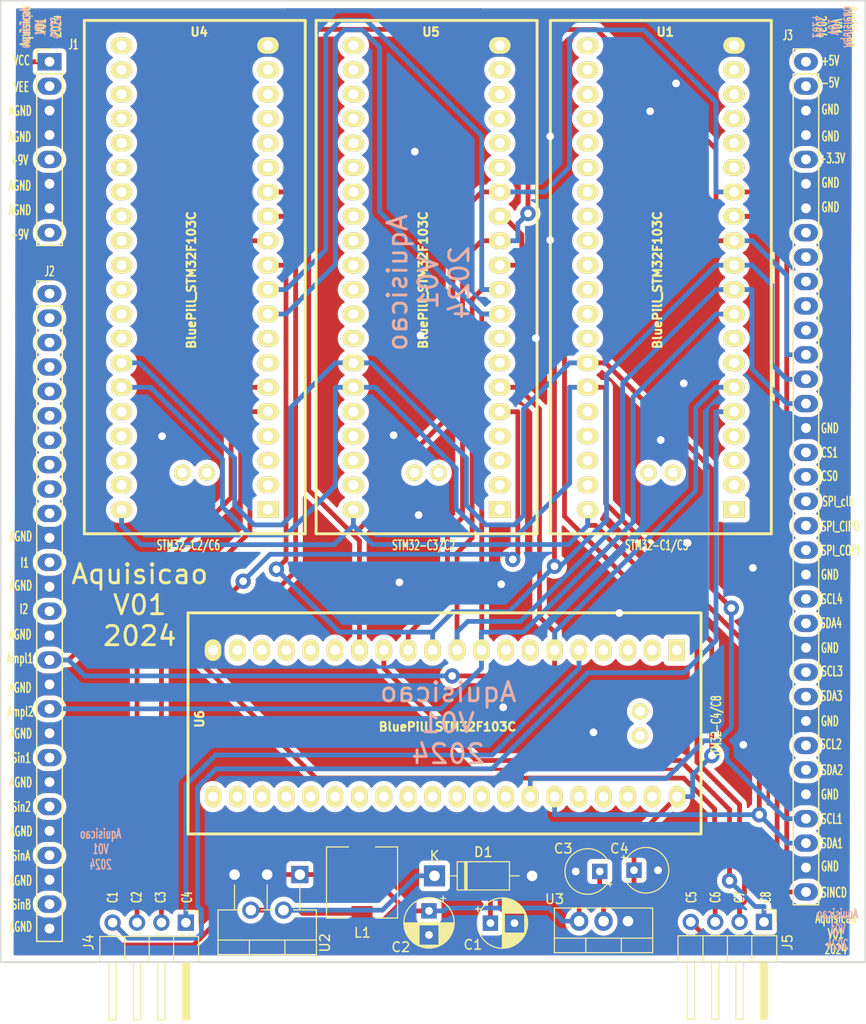
<source format=kicad_pcb>
(kicad_pcb (version 20221018) (generator pcbnew)
  (title_block (title "Barramento V04") (date "2024-02-05") (rev "v04") (company "EITduino") (comment 1 "Autor: Gustavo Pinheiro") (comment 2 "Barramento proposto para uma placa 90x100 mm") (comment 3 "placa de face dupla") (comment 4 "Pinos AGND e DGND"))
  (layers (0 "F.Cu" signal) (31 "B.Cu" signal) (34 "B.Paste" user) (35 "F.Paste" user) (36 "B.SilkS" user "B.Silkscreen") (37 "F.SilkS" user "F.Silkscreen") (38 "B.Mask" user) (39 "F.Mask" user) (44 "Edge.Cuts" user))
  (net 0 "")
  (net 1 "+9V")
  (net 2 "-9V")
  (net 3 "+5V")
  (net 4 "-5V")
  (net 5 "+3.3V")
  (net 6 "5V_stepdown")
  (net 11 "3.3V_step")
  (net 12 "Earth")
  (net 14 "I1")
  (net 15 "I2")
  (net 16 "Ampl1")
  (net 17 "Ampl2")
  (net 18 "Sin1")
  (net 19 "Sin2")
  (net 20 "SinA")
  (net 21 "SinB")
  (net 22 "Net-(D1-K)")
  (net 23 "SPI_COPI")
  (net 24 "SPI_CIPO")
  (net 25 "SPI_clk")
  (net 26 "CS1")
  (net 27 "CS0")
  (net 28 "SCL3")
  (net 29 "SDA3")
  (net 30 "SCL2")
  (net 31 "SDA2")
  (net 32 "SCL1")
  (net 33 "SDA1")
  (net 34 "VCC")
  (net 35 "VEE")
  (net 46 "SINCD")
  (net 47 "SCL4")
  (net 48 "SDA4")
  (net 49 "SINC_C")
  (net 50 "SINC_B")
  (net 51 "SINC_A")
  (net 52 "sign_C1")
  (net 53 "sign_C2")
  (net 54 "sign_C3")
  (net 55 "sign_C4")
  (net 72 "sign_C8")
  (net 103 "sign_C7")
  (net 134 "sign_C6")
  (net 165 "sign_C5")
  (footprint "Connector_PinHeader_2.54mm:PinHeader_1x04_P2.54mm_Horizontal" (layer "F.Cu") (at 181.05 146.625 -90)
    (fp_text reference "J5")
    (fp_text value "Conn_01x04")
  )
  (footprint "BluePill_STM32:BluePill_STM32F103C" (layer "F.Cu") (at 129.42 103.66 180)
    (fp_text reference "U4")
    (fp_text value "BluePill_STM32F103C")
  )
  (footprint "Capacitor_THT:CP_Radial_D5.0mm_P2.50mm" (layer "F.Cu") (at 146.18 145.478 -90)
    (fp_text reference "C2")
    (fp_text value "220u")
  )
  (footprint "Package_TO_SOT_THT:TO-220-5_P3.4x3.7mm_StaggerOdd_Lead3.8mm_Vertical" (layer "F.Cu") (at 132.736 141.7 180)
    (fp_text reference "U2")
    (fp_text value "LM2596S-5")
  )
  (footprint "Package_TO_SOT_THT:TO-220-3_Vertical" (layer "F.Cu") (at 166.89 146.55 180)
    (fp_text reference "U3")
    (fp_text value "LM1117T-3.3")
  )
  (footprint "Connector_PinHeader_2.54mm:PinHeader_1x35_P2.54mm_Vertical" (layer "F.Cu") (at 185.42 57.15)
    (fp_text reference "J3")
    (fp_text value "comunicacao / sinais digitais" hide)
  )
  (footprint "Connector_PinHeader_2.54mm:PinHeader_1x08_P2.54mm_Vertical" (layer "F.Cu") (at 106.68 57.15)
    (fp_text reference "J1")
    (fp_text value "alimentacao analogica" hide)
  )
  (footprint "Connector_PinHeader_2.54mm:PinHeader_1x27_P2.54mm_Vertical" (layer "F.Cu") (at 106.68 81.28)
    (fp_text reference "J2")
    (fp_text value "sinais analogicos" hide)
  )
  (footprint "BluePill_STM32:BluePill_STM32F103C" (layer "F.Cu") (at 171.9072 118.354 -90)
    (fp_text reference "U6")
    (fp_text value "BluePill_STM32F103C")
  )
  (footprint "Capacitor_THT:CP_Radial_Tantal_D4.5mm_P2.50mm" (layer "F.Cu") (at 167.5211 141.25)
    (fp_text reference "C4")
    (fp_text value "33uF")
  )
  (footprint "Diode_THT:D_DO-41_SOD81_P10.16mm_Horizontal" (layer "F.Cu") (at 146.754 141.833)
    (fp_text reference "D1")
    (fp_text value "1N5819")
  )
  (footprint "Capacitor_THT:CP_Radial_D5.0mm_P2.50mm" (layer "F.Cu") (at 152.5749 146.75)
    (fp_text reference "C1")
    (fp_text value "680u")
  )
  (footprint "BluePill_STM32:BluePill_STM32F103C" (layer "F.Cu") (at 177.934 103.66 180)
    (fp_text reference "U1")
    (fp_text value "BluePill_STM32F103C")
  )
  (footprint "Capacitor_THT:CP_Radial_Tantal_D4.5mm_P2.50mm" (layer "F.Cu") (at 163.955 141.378 180)
    (fp_text reference "C3")
    (fp_text value "10uF")
  )
  (footprint "Inductor_SMD:L_7.3x7.3_H4.5" (layer "F.Cu") (at 139.211 142.525 90)
    (fp_text reference "L1")
    (fp_text value "33u")
  )
  (footprint "Connector_PinHeader_2.54mm:PinHeader_1x04_P2.54mm_Horizontal" (layer "F.Cu") (at 120.87 146.7 -90)
    (fp_text reference "J4")
    (fp_text value "Conn_01x04")
  )
  (footprint "BluePill_STM32:BluePill_STM32F103C" (layer "F.Cu") (at 153.55 103.66 180)
    (fp_text reference "U5")
    (fp_text value "BluePill_STM32F103C")
  )
  (gr_line (start 191.6 50.8) (end 101.6 50.8) (stroke (width 0.15)) (layer "Edge.Cuts"))
  (gr_line (start 191.6 150.8) (end 191.6 50.8) (stroke (width 0.15)) (layer "Edge.Cuts"))
  (gr_line (start 191.59982 150.7998) (end 101.6 150.7998) (stroke (width 0.15)) (layer "Edge.Cuts"))
  (gr_line (start 101.6 50.8) (end 101.6 150.7998) (stroke (width 0.15)) (layer "Edge.Cuts"))
  (gr_text "Aquisicao\nV01\n2024" (at 148.175 130.325) (layer "B.SilkS") (effects (font (size 2 2) (thickness 0.3)) (justify bottom mirror)))
  (gr_text "Aquisicao\nV01\n2024" (at 107.925 53.625 90) (layer "B.SilkS") (effects (font (size 1 0.6) (thickness 0.15) bold) (justify bottom mirror)))
  (gr_text "Aquisicao\nV01\n2024" (at 188.7 149.575) (layer "B.SilkS") (effects (font (size 1 0.6) (thickness 0.15) bold) (justify bottom mirror)))
  (gr_text "Aquisicao\nV01\n2024" (at 112 141.25) (layer "B.SilkS") (effects (font (size 1 0.6) (thickness 0.15) bold) (justify bottom mirror)))
  (gr_text "Aquisicao\nV01\n2024" (at 186.025 53.525 -90) (layer "B.SilkS") (effects (font (size 1 0.6) (thickness 0.15) bold) (justify bottom mirror)))
  (gr_text "Aquisicao\nV01\n2024" (at 150.5 80.125 90) (layer "B.SilkS") (effects (font (size 2 2) (thickness 0.3)) (justify bottom mirror)))
  (gr_text "SDA1" (at 186.8967 138.452966) (layer "F.SilkS") (effects (font (size 1 0.6) (thickness 0.15) bold) (justify left)))
  (gr_text "AGND" (at 102.314418 64.968158) (layer "F.SilkS") (effects (font (size 1 0.6) (thickness 0.15) bold) (justify left)))
  (gr_text "STM32-C4/C8\n\n\n\n" (at 181.5 129.75 90) (layer "F.SilkS") (effects (font (size 1 0.6) (thickness 0.15) bold) (justify left bottom)))
  (gr_text "C5" (at 173.5 144.75 90) (layer "F.SilkS") (effects (font (size 1 0.6) (thickness 0.15) bold) (justify left)))
  (gr_text "SinA" (at 102.652955 139.742119) (layer "F.SilkS") (effects (font (size 1 0.6) (thickness 0.15) bold) (justify left)))
  (gr_text "C2\n" (at 115.75 144.75 90) (layer "F.SilkS") (effects (font (size 1 0.6) (thickness 0.15) bold) (justify left)))
  (gr_text "SPI_CIPO\n" (at 189 105.5) (layer "F.SilkS") (effects (font (size 1 0.6) (thickness 0.15) bold)))
  (gr_text "GND" (at 186.8967 118.132966) (layer "F.SilkS") (effects (font (size 1 0.6) (thickness 0.15) bold) (justify left)))
  (gr_text "CS1" (at 186.8967 97.812966) (layer "F.SilkS") (effects (font (size 1 0.6) (thickness 0.15) bold) (justify left)))
  (gr_text "GND" (at 186.955818 72.866258) (layer "F.SilkS") (effects (font (size 1 0.6) (thickness 0.15) bold) (justify left bottom)))
  (gr_text "-9V" (at 102.568418 75.128158) (layer "F.SilkS") (effects (font (size 1 0.6) (thickness 0.15) bold) (justify left)))
  (gr_text "Aquisicao\nV01\n2024" (at 186.4 53.5 -90) (layer "F.SilkS") (effects (font (size 1 0.6) (thickness 0.15) bold) (justify bottom)))
  (gr_text "C7" (at 178.5 144.75 90) (layer "F.SilkS") (effects (font (size 1 0.6) (thickness 0.15) bold) (justify left)))
  (gr_text "AGND" (at 102.441415 137.208672) (layer "F.SilkS") (effects (font (size 1 0.6) (thickness 0.15) bold) (justify left)))
  (gr_text "AGND" (at 102.415048 112.238762) (layer "F.SilkS") (effects (font (size 1 0.6) (thickness 0.15) bold) (justify left bottom)))
  (gr_text "C8" (at 181.25 144.75 90) (layer "F.SilkS") (effects (font (size 1 0.6) (thickness 0.15) bold) (justify left)))
  (gr_text "C4" (at 121 144.75 90) (layer "F.SilkS") (effects (font (size 1 0.6) (thickness 0.15) bold) (justify left)))
  (gr_text "GND" (at 186.8967 125.752966) (layer "F.SilkS") (effects (font (size 1 0.6) (thickness 0.15) bold) (justify left)))
  (gr_text "C1" (at 113.25 144.75 90) (layer "F.SilkS") (effects (font (size 1 0.6) (thickness 0.15) bold) (justify left)))
  (gr_text "+3.3V" (at 186.701818 67.786258) (layer "F.SilkS") (effects (font (size 1 0.6) (thickness 0.15) bold) (justify left bottom)))
  (gr_text "GND" (at 186.955818 65.500258) (layer "F.SilkS") (effects (font (size 1 0.6) (thickness 0.15) bold) (justify left bottom)))
  (gr_text "AGND" (at 102.314418 72.588158) (layer "F.SilkS") (effects (font (size 1 0.6) (thickness 0.15) bold) (justify left)))
  (gr_text "GND" (at 186.8967 110.512966) (layer "F.SilkS") (effects (font (size 1 0.6) (thickness 0.15) bold) (justify left)))
  (gr_text "AGND" (at 102.408342 147.725608) (layer "F.SilkS") (effects (font (size 1 0.6) (thickness 0.15) bold) (justify left bottom)))
  (gr_text "Sin1" (at 102.652955 129.582119) (layer "F.SilkS") (effects (font (size 1 0.6) (thickness 0.15) bold) (justify left)))
  (gr_text "C3" (at 118.25 144.75 90) (layer "F.SilkS") (effects (font (size 1 0.6) (thickness 0.15) bold) (justify left)))
  (gr_text "AGND" (at 102.414926 132.122118) (layer "F.SilkS") (effects (font (size 1 0.6) (thickness 0.15) bold) (justify left)))
  (gr_text "+5V\n" (at 186.955818 57.626258) (layer "F.SilkS") (effects (font (size 1 0.6) (thickness 0.15) bold) (justify left bottom)))
  (gr_text "SCL2" (at 186.7967 128.152966) (layer "F.SilkS") (effects (font (size 1 0.6) (thickness 0.15) bold) (justify left)))
  (gr_text "-5V" (at 186.955818 59.912258) (layer "F.SilkS") (effects (font (size 1 0.6) (thickness 0.15) bold) (justify left bottom)))
  (gr_text "C6" (at 176 144.75 90) (layer "F.SilkS") (effects (font (size 1 0.6) (thickness 0.15) bold) (justify left)))
  (gr_text "Aquisicao\nV01\n2024" (at 107.975 53.45 90) (layer "F.SilkS") (effects (font (size 1 0.6) (thickness 0.15) bold) (justify bottom)))
  (gr_text "AGND" (at 102.373918 62.266501) (layer "F.SilkS") (effects (font (size 1 0.6) (thickness 0.15) bold) (justify left)))
  (gr_text "Aquisicao\nV01\n2024" (at 116.075 118.05) (layer "F.SilkS") (effects (font (size 2 2) (thickness 0.3)) (justify bottom)))
  (gr_text "SDA3" (at 186.859509 123.716321) (layer "F.SilkS") (effects (font (size 1 0.6) (thickness 0.15) bold) (justify left bottom)))
  (gr_text "SDA4\n" (at 186.7967 115.552966) (layer "F.SilkS") (effects (font (size 1 0.6) (thickness 0.15) bold) (justify left)))
  (gr_text "Ampl2" (at 102.190097 124.753588) (layer "F.SilkS") (effects (font (size 1 0.6) (thickness 0.15) bold) (justify left)))
  (gr_text "GND" (at 186.955818 62.706258) (layer "F.SilkS") (effects (font (size 1 0.6) (thickness 0.15) bold) (justify left bottom)))
  (gr_text "SINCD" (at 186.89297 143.574095) (layer "F.SilkS") (effects (font (size 1 0.6) (thickness 0.15) bold) (justify left)))
  (gr_text "AGND" (at 102.314418 70.048158) (layer "F.SilkS") (effects (font (size 1 0.6) (thickness 0.15) bold) (justify left)))
  (gr_text "CS0" (at 186.8967 100.25) (layer "F.SilkS") (effects (font (size 1 0.6) (thickness 0.15) bold) (justify left)))
  (gr_text "VCC" (at 102.822418 57.602158) (layer "F.SilkS") (effects (font (size 1 0.6) (thickness 0.15) bold) (justify left bottom)))
  (gr_text "STM32-C3/C7\n\n\n" (at 142.25 111.25) (layer "F.SilkS") (effects (font (size 1 0.6) (thickness 0.15) bold) (justify left bottom)))
  (gr_text "VEE\n" (at 102.855208 59.778606) (layer "F.SilkS") (effects (font (size 1 0.6) (thickness 0.15) bold) (justify left)))
  (gr_text "I2\n" (at 103.481993 114.67284) (layer "F.SilkS") (effects (font (size 1 0.6) (thickness 0.15) bold) (justify left bottom)))
  (gr_text "SCL4\n" (at 186.8967 113.052966) (layer "F.SilkS") (effects (font (size 1 0.6) (thickness 0.15) bold) (justify left)))
  (gr_text "GND" (at 186.955818 70.326258) (layer "F.SilkS") (effects (font (size 1 0.6) (thickness 0.15) bold) (justify left bottom)))
  (gr_text "SinB" (at 102.652955 144.822119) (layer "F.SilkS") (effects (font (size 1 0.6) (thickness 0.15) bold) (justify left)))
  (gr_text "AGND" (at 102.401941 127.042119) (layer "F.SilkS") (effects (font (size 1 0.6) (thickness 0.15) bold) (justify left)))
  (gr_text "SDA2" (at 186.8967 130.832966) (layer "F.SilkS") (effects (font (size 1 0.6) (thickness 0.15) bold) (justify left)))
  (gr_text "SPI_clk\n" (at 188.75 102.892966) (layer "F.SilkS") (effects (font (size 1 0.6) (thickness 0.15) bold)))
  (gr_text "GND" (at 186.8967 95.272966) (layer "F.SilkS") (effects (font (size 1 0.6) (thickness 0.15) bold) (justify left)))
  (gr_text "AGND" (at 102.352029 117.31861) (layer "F.SilkS") (effects (font (size 1 0.6) (thickness 0.15) bold) (justify left bottom)))
  (gr_text "STM32-C2/C6\n\n\n" (at 117.75 111.25) (layer "F.SilkS") (effects (font (size 1 0.6) (thickness 0.15) bold) (justify left bottom)))
  (gr_text "I1" (at 103.565958 109.262271) (layer "F.SilkS") (effects (font (size 1 0.6) (thickness 0.15) bold) (justify left)))
  (gr_text "GND" (at 186.9078 141.435253) (layer "F.SilkS") (effects (font (size 1 0.6) (thickness 0.15) bold) (justify left bottom)))
  (gr_text "AGND" (at 102.355457 122.273179) (layer "F.SilkS") (effects (font (size 1 0.6) (thickness 0.15) bold) (justify left)))
  (gr_text "AGND" (at 102.408342 142.334851) (layer "F.SilkS") (effects (font (size 1 0.6) (thickness 0.15) bold) (justify left)))
  (gr_text "Sin2\n" (at 102.652955 134.662119) (layer "F.SilkS") (effects (font (size 1 0.6) (thickness 0.15) bold) (justify left)))
  (gr_text "+9V\n" (at 102.53014 67.379378) (layer "F.SilkS") (effects (font (size 1 0.6) (thickness 0.15) bold) (justify left)))
  (gr_text "AGND" (at 102.415048 107.119197) (layer "F.SilkS") (effects (font (size 1 0.6) (thickness 0.15) bold) (justify left bottom)))
  (gr_text "GND" (at 186.8967 133.372966) (layer "F.SilkS") (effects (font (size 1 0.6) (thickness 0.15) bold) (justify left)))
  (gr_text "Aquisicao\nV01\n2024" (at 188.525 150.05) (layer "F.SilkS") (effects (font (size 1 0.6) (thickness 0.15) bold) (justify bottom)))
  (gr_text "SCL1\n" (at 186.8967 135.912966) (layer "F.SilkS") (effects (font (size 1 0.6) (thickness 0.15) bold) (justify left)))
  (gr_text "SPI_COPI\n" (at 189 108) (layer "F.SilkS") (effects (font (size 1 0.6) (thickness 0.15) bold)))
  (gr_text "SCL3" (at 186.923306 121.14851) (layer "F.SilkS") (effects (font (size 1 0.6) (thickness 0.15) bold) (justify left bottom)))
  (gr_text "STM32-C1/C5\n\n\n" (at 166.5 111.25) (layer "F.SilkS") (effects (font (size 1 0.6) (thickness 0.15) bold) (justify left bottom)))
  (gr_text "Ampl1" (at 102.123953 119.79277) (layer "F.SilkS") (effects (font (size 1 0.6) (thickness 0.15) bold) (justify left bottom)))
  (segment (start 140.5702 147.3079) (end 130.5969 147.3079) (width 0.5) (layer "F.Cu") (net 6))
  (segment (start 130.5969 147.3079) (end 129.2879 145.9989) (width 0.5) (layer "F.Cu") (net 6))
  (segment (start 143.1311 144.747) (end 143.8621 145.478) (width 0.5) (layer "F.Cu") (net 6))
  (segment (start 161.81 146.55) (end 161.81 144.7981) (width 0.5) (layer "F.Cu") (net 6))
  (segment (start 163.955 141.378) (end 163.955 142.9299) (width 0.5) (layer "F.Cu") (net 6))
  (segment (start 162.0868 144.7981) (end 163.955 142.9299) (width 0.5) (layer "F.Cu") (net 6))
  (segment (start 146.18 145.478) (end 144.6281 145.478) (width 0.5) (layer "F.Cu") (net 6))
  (segment (start 127.636 145.4) (end 129.2879 145.4) (width 0.5) (layer "F.Cu") (net 6))
  (segment (start 161.81 144.7981) (end 162.0868 144.7981) (width 0.5) (layer "F.Cu") (net 6))
  (segment (start 129.2879 145.9989) (end 129.2879 145.4) (width 0.5) (layer "F.Cu") (net 6))
  (segment (start 139.211 140.8269) (end 143.1311 144.747) (width 0.5) (layer "F.Cu") (net 6))
  (segment (start 139.211 139.325) (end 139.211 140.8269) (width 0.5) (layer "F.Cu") (net 6))
  (segment (start 143.8621 145.478) (end 144.6281 145.478) (width 0.5) (layer "F.Cu") (net 6))
  (segment (start 143.1311 144.747) (end 140.5702 147.3079) (width 0.5) (layer "F.Cu") (net 6))
  (segment (start 146.18 145.478) (end 147.7319 145.478) (width 0.5) (layer "B.Cu") (net 6))
  (segment (start 147.7319 145.478) (end 148.036 145.1739) (width 0.5) (layer "B.Cu") (net 6))
  (segment (start 158.7295 145.1739) (end 160.1056 146.55) (width 0.5) (layer "B.Cu") (net 6))
  (segment (start 161.81 146.55) (end 160.1056 146.55) (width 0.5) (layer "B.Cu") (net 6))
  (segment (start 148.036 145.1739) (end 158.7295 145.1739) (width 0.5) (layer "B.Cu") (net 6))
  (segment (start 163.5084 105.3771) (end 162.694 105.3771) (width 0.5) (layer "F.Cu") (net 11))
  (segment (start 167.5211 141.25) (end 167.5211 138.0817) (width 0.5) (layer "F.Cu") (net 11))
  (segment (start 164.35 146.55) (end 164.35 144.7981) (width 0.5) (layer "F.Cu") (net 11))
  (segment (start 167.5211 142.8019) (end 165.5249 144.7981) (width 0.5) (layer "F.Cu") (net 11))
  (segment (start 167.5211 141.7575) (end 167.5211 141.25) (width 0.5) (layer "F.Cu") (net 11))
  (segment (start 167.5211 141.7575) (end 167.5211 142.8019) (width 0.5) (layer "F.Cu") (net 11))
  (segment (start 165.5249 144.7981) (end 164.35 144.7981) (width 0.5) (layer "F.Cu") (net 11))
  (segment (start 167.5211 138.0817) (end 172.0088 133.594) (width 0.5) (layer "F.Cu") (net 11))
  (segment (start 175.6186 129.3257) (end 175.6186 117.4873) (width 0.5) (layer "F.Cu") (net 11))
  (segment (start 162.694 103.7616) (end 162.694 105.3771) (width 0.5) (layer "F.Cu") (net 11))
  (segment (start 175.6186 117.4873) (end 163.5084 105.3771) (width 0.5) (layer "F.Cu") (net 11))
  (via (at 175.6186 129.3257) (size 1.6) (drill 0.8) (layers "F.Cu" "B.Cu") (net 11))
  (segment (start 173.6243 131.32) (end 175.6186 129.3257) (width 0.5) (layer "B.Cu") (net 11))
  (segment (start 160.7029 107.3682) (end 140.3011 107.3682) (width 0.5) (layer "B.Cu") (net 11))
  (segment (start 114.18 103.7616) (end 114.18 105.3771) (width 0.5) (layer "B.Cu") (net 11))
  (segment (start 136.3062 107.3809) (end 116.1838 107.3809) (width 0.5) (layer "B.Cu") (net 11))
  (segment (start 116.1838 107.3809) (end 114.18 105.3771) (width 0.5) (layer "B.Cu") (net 11))
  (segment (start 138.31 105.3771) (end 136.3062 107.3809) (width 0.5) (layer "B.Cu") (net 11))
  (segment (start 138.31 103.7616) (end 138.31 105.3771) (width 0.5) (layer "B.Cu") (net 11))
  (segment (start 140.3011 107.3682) (end 138.31 105.3771) (width 0.5) (layer "B.Cu") (net 11))
  (segment (start 162.694 105.3771) (end 160.7029 107.3682) (width 0.5) (layer "B.Cu") (net 11))
  (segment (start 172.0088 133.594) (end 173.6243 133.594) (width 0.5) (layer "B.Cu") (net 11))
  (segment (start 173.6243 133.594) (end 173.6243 131.32) (width 0.5) (layer "B.Cu") (net 11))
  (segment (start 162.694 103.7616) (end 162.694 105.3771) (width 0.5) (layer "B.Cu") (net 11))
  (segment (start 185.5329 71.5019) (end 185.42 71.5019) (width 0.5) (layer "F.Cu") (net 12))
  (segment (start 168.5944 146.55) (end 170.0211 145.1233) (width 0.5) (layer "F.Cu") (net 12))
  (segment (start 187.5062 73.4752) (end 186.421 72.39) (width 0.5) (layer "F.Cu") (net 12))
  (segment (start 185.42 72.39) (end 186.421 72.39) (width 0.5) (layer "F.Cu") (net 12))
  (segment (start 187.5062 95.164) (end 187.5062 73.4752) (width 0.5) (layer "F.Cu") (net 12))
  (segment (start 187.4202 95.25) (end 187.5062 95.164) (width 0.5) (layer "F.Cu") (net 12))
  (segment (start 187.4219 125.73) (end 187.4219 133.35) (width 0.5) (layer "F.Cu") (net 12))
  (segment (start 106.68 72.39) (end 106.68 69.85) (width 0.5) (layer "F.Cu") (net 12))
  (segment (start 185.42 125.73) (end 187.4219 125.73) (width 0.5) (layer "F.Cu") (net 12))
  (segment (start 185.42 133.35) (end 187.4219 133.35) (width 0.5) (layer "F.Cu") (net 12))
  (segment (start 187.4219 140.97) (end 187.4219 133.35) (width 0.5) (layer "F.Cu") (net 12))
  (segment (start 187.4219 118.11) (end 187.4219 125.73) (width 0.5) (layer "F.Cu") (net 12))
  (segment (start 187.171 95.25) (end 187.4202 95.25) (width 0.5) (layer "F.Cu") (net 12))
  (segment (start 106.68 64.77) (end 106.68 62.23) (width 0.5) (layer "F.Cu") (net 12))
  (segment (start 185.42 69.85) (end 185.42 71.5019) (width 0.5) (layer "F.Cu") (net 12))
  (segment (start 187.4202 95.25) (end 187.4219 95.2517) (width 0.5) (layer "F.Cu") (net 12))
  (segment (start 187.4219 118.11) (end 187.4219 110.49) (width 0.5) (layer "F.Cu") (net 12))
  (segment (start 185.42 95.25) (end 187.171 95.25) (width 0.5) (layer "F.Cu") (net 12))
  (segment (start 166.89 146.55) (end 168.5944 146.55) (width 0.5) (layer "F.Cu") (net 12))
  (segment (start 156.914 141.833) (end 156.914 143.6849) (width 0.5) (layer "F.Cu") (net 12))
  (segment (start 185.42 140.97) (end 187.4219 140.97) (width 0.5) (layer "F.Cu") (net 12))
  (segment (start 186.421 72.39) (end 185.5329 71.5019) (width 0.5) (layer "F.Cu") (net 12))
  (segment (start 187.4219 95.2517) (end 187.4219 110.49) (width 0.5) (layer "F.Cu") (net 12))
  (segment (start 185.42 118.11) (end 187.4219 118.11) (width 0.5) (layer "F.Cu") (net 12))
  (segment (start 185.42 110.49) (end 187.4219 110.49) (width 0.5) (layer "F.Cu") (net 12))
  (segment (start 155.0749 145.524) (end 155.0749 146.75) (width 0.5) (layer "F.Cu") (net 12))
  (segment (start 156.914 143.6849) (end 155.0749 145.524) (width 0.5) (layer "F.Cu") (net 12))
  (segment (start 170.0211 145.1233) (end 170.0211 141.25) (width 0.5) (layer "F.Cu") (net 12))
  (via (at 173.1 107.2) (size 1.6) (drill 0.8) (layers "F.Cu" "B.Cu") (net 12))
  (via (at 172.7 90.6) (size 1.6) (drill 0.8) (layers "F.Cu" "B.Cu") (net 12))
  (via (at 163.3 126.9) (size 1.6) (drill 0.8) (layers "F.Cu" "B.Cu") (net 12))
  (via (at 157.3 85.9) (size 1.6) (drill 0.8) (layers "F.Cu" "B.Cu") (net 12))
  (via (at 142.5 96) (size 1.6) (drill 0.8) (layers "F.Cu" "B.Cu") (net 12))
  (via (at 166 114.5) (size 1.6) (drill 0.8) (layers "F.Cu" "B.Cu") (net 12))
  (via (at 118.4 96.1) (size 1.6) (drill 0.8) (layers "F.Cu" "B.Cu") (net 12))
  (via (at 169.2 62.3) (size 1.6) (drill 0.8) (layers "F.Cu" "B.Cu") (net 12))
  (via (at 171.9 59.4) (size 1.6) (drill 0.8) (layers "F.Cu" "B.Cu") (net 12))
  (via (at 153.7 111.5) (size 1.6) (drill 0.8) (layers "F.Cu" "B.Cu") (net 12))
  (via (at 153.9 124.3) (size 1.6) (drill 0.8) (layers "F.Cu" "B.Cu") (net 12))
  (via (at 144.7 66.5) (size 1.6) (drill 0.8) (layers "F.Cu" "B.Cu") (net 12))
  (via (at 143.1 111.3) (size 1.6) (drill 0.8) (layers "F.Cu" "B.Cu") (net 12))
  (via (at 158.8 64.9) (size 1.6) (drill 0.8) (layers "F.Cu" "B.Cu") (net 12))
  (via (at 145.3 85.6) (size 1.6) (drill 0.8) (layers "F.Cu" "B.Cu") (net 12))
  (via (at 178.9 128.2) (size 1.6) (drill 0.8) (layers "F.Cu" "B.Cu") (net 12))
  (via (at 179.9 109.8) (size 1.6) (drill 0.8) (layers "F.Cu" "B.Cu") (net 12))
  (via (at 170.3 96.5) (size 1.6) (drill 0.8) (layers "F.Cu" "B.Cu") (net 12))
  (via (at 145.1 104.3) (size 1.6) (drill 0.8) (layers "F.Cu" "B.Cu") (net 12))
  (via (at 158.8 75.7) (size 1.6) (drill 0.8) (layers "F.Cu" "B.Cu") (net 12))
  (segment (start 185.42 140.97) (end 183.4181 140.97) (width 0.5) (layer "B.Cu") (net 12))
  (segment (start 108.6819 62.23) (end 108.6819 58.3705) (width 0.5) (layer "B.Cu") (net 12))
  (segment (start 129.42 55.4508) (end 129.42 53.8353) (width 0.5) (layer "B.Cu") (net 12))
  (segment (start 183.2423 140.7942) (end 170.4769 140.7942) (width 0.5) (layer "B.Cu") (net 12))
  (segment (start 177.934 55.4508) (end 177.934 53.8353) (width 0.5) (layer "B.Cu") (net 12))
  (segment (start 153.55 55.4508) (end 153.55 53.8353) (width 0.5) (layer "B.Cu") (net 12))
  (segment (start 104.6796 111.76) (end 104.6781 111.7585) (width 0.5) (layer "B.Cu") (net 12))
  (segment (start 108.6819 142.24) (end 108.6819 137.16) (width 0.5) (layer "B.Cu") (net 12))
  (segment (start 106.68 116.84) (end 104.929 116.84) (width 0.5) (layer "B.Cu") (net 12))
  (segment (start 104.929 116.84) (end 104.6796 116.84) (width 0.5) (layer "B.Cu") (net 12))
  (segment (start 104.6796 121.92) (end 104.6781 121.9185) (width 0.5) (layer "B.Cu") (net 12))
  (segment (start 153.55 53.8353) (end 151.5462 51.8315) (width 0.5) (layer "B.Cu") (net 12))
  (segment (start 104.6781 126.9992) (end 104.6781 121.92) (width 0.5) (layer "B.Cu") (net 12))
  (segment (start 108.6819 147.32) (end 110.7053 149.3434) (width 0.5) (layer "B.Cu") (net 12))
  (segment (start 106.68 142.24) (end 108.6819 142.24) (width 0.5) (layer "B.Cu") (net 12))
  (segment (start 106.68 69.85) (end 108.6819 69.85) (width 0.5) (layer "B.Cu") (net 12))
  (segment (start 161.455 141.378) (end 161.455 141.6005) (width 0.5) (layer "B.Cu") (net 12))
  (segment (start 185.42 69.85) (end 187.4219 69.85) (width 0.5) (layer "B.Cu") (net 12))
  (segment (start 158.9984 141.6005) (end 158.7659 141.833) (width 0.5) (layer "B.Cu") (net 12))
  (segment (start 104.6781 111.7585) (end 104.6781 106.68) (width 0.5) (layer "B.Cu") (net 12))
  (segment (start 129.336 141.7) (end 127.6841 141.7) (width 0.5) (layer "B.Cu") (net 12))
  (segment (start 104.6781 116.84) (end 104.6781 111.76) (width 0.5) (layer "B.Cu") (net 12))
  (segment (start 156.914 141.833) (end 158.7659 141.833) (width 0.5) (layer "B.Cu") (net 12))
  (segment (start 155.0749 146.9438) (end 153.7168 148.3019) (width 0.5) (layer "B.Cu") (net 12))
  (segment (start 164.6873 144.3473) (end 166.89 146.55) (width 0.5) (layer "B.Cu") (net 12))
  (segment (start 106.68 137.16) (end 104.929 137.16) (width 0.5) (layer "B.Cu") (net 12))
  (segment (start 155.0749 146.75) (end 155.0749 146.9438) (width 0.5) (layer "B.Cu") (net 12))
  (segment (start 176.9321 52.8334) (end 154.5519 52.8334) (width 0.5) (layer "B.Cu") (net 12))
  (segment (start 125.936 141.7) (end 127.6841 141.7) (width 0.5) (layer "B.Cu") (net 12))
  (segment (start 104.6781 132.0792) (end 104.6781 127) (width 0.5) (layer "B.Cu") (net 12))
  (segment (start 164.2018 144.3473) (end 164.6873 144.3473) (width 0.5) (layer "B.Cu") (net 12))
  (segment (start 106.68 111.76) (end 104.929 111.76) (width 0.5) (layer "B.Cu") (net 12))
  (segment (start 104.6789 132.08) (end 104.6781 132.08) (width 0.5) (layer "B.Cu") (net 12))
  (segment (start 108.6819 147.32) (end 108.6819 142.24) (width 0.5) (layer "B.Cu") (net 12))
  (segment (start 151.5462 51.8315) (end 131.4238 51.8315) (width 0.5) (layer "B.Cu") (net 12))
  (segment (start 104.6789 127) (end 104.6781 127) (width 0.5) (layer "B.Cu") (net 12))
  (segment (start 104.929 132.08) (end 104.6796 132.08) (width 0.5) (layer "B.Cu") (net 12))
  (segment (start 104.929 121.92) (end 104.6796 121.92) (width 0.5) (layer "B.Cu") (net 12))
  (segment (start 106.68 147.32) (end 108.6819 147.32) (width 0.5) (layer "B.Cu") (net 12))
  (segment (start 177.934 55.4508) (end 179.8109 55.4508) (width 0.5) (layer "B.Cu") (net 12))
  (segment (start 146.5039 148.3019) (end 146.18 147.978) (width 0.5) (layer "B.Cu") (net 12))
  (segment (start 120.5685 116.84) (end 122.0825 118.354) (width 0.5) (layer "B.Cu") (net 12))
  (segment (start 106.68 127) (end 104.929 127) (width 0.5) (layer "B.Cu") (net 12))
  (segment (start 106.68 62.23) (end 108.6819 62.23) (width 0.5) (layer "B.Cu") (net 12))
  (segment (start 104.6781 121.9185) (end 104.6781 116.84) (width 0.5) (layer "B.Cu") (net 12))
  (segment (start 170.4769 140.7942) (end 170.0211 141.25) (width 0.5) (layer "B.Cu") (net 12))
  (segment (start 185.5329 63.8819) (end 185.42 63.8819) (width 0.5) (layer "B.Cu") (net 12))
  (segment (start 183.4181 140.97) (end 183.2423 140.7942) (width 0.5) (layer "B.Cu") (net 12))
  (segment (start 108.6819 58.3705) (end 113.2171 53.8353) (width 0.5) (layer "B.Cu") (net 12))
  (segment (start 154.5519 52.8334) (end 153.55 53.8353) (width 0.5) (layer "B.Cu") (net 12))
  (segment (start 106.68 116.84) (end 120.5685 116.84) (width 0.5) (layer "B.Cu") (net 12))
  (segment (start 106.68 121.92) (end 104.929 121.92) (width 0.5) (layer "B.Cu") (net 12))
  (segment (start 104.929 137.16) (end 104.6781 136.9091) (width 0.5) (layer "B.Cu") (net 12))
  (segment (start 169.2 62.3) (end 169.2 62.1) (width 1.27) (layer "B.Cu") (net 12))
  (segment (start 104.6796 116.84) (end 104.6789 116.84) (width 0.5) (layer "B.Cu") (net 12))
  (segment (start 183.4181 59.058) (end 179.8109 55.4508) (width 0.5) (layer "B.Cu") (net 12))
  (segment (start 106.68 106.68) (end 104.6781 106.68) (width 0.5) (layer "B.Cu") (net 12))
  (segment (start 169.2 62.1) (end 171.9 59.4) (width 1.27) (layer "B.Cu") (net 12))
  (segment (start 104.6789 127) (end 104.6781 126.9992) (width 0.5) (layer "B.Cu") (net 12))
  (segment (start 104.6789 132.08) (end 104.6781 132.0792) (width 0.5) (layer "B.Cu") (net 12))
  (segment (start 104.929 111.76) (end 104.6796 111.76) (width 0.5) (layer "B.Cu") (net 12))
  (segment (start 106.68 137.16) (end 108.6819 137.16) (width 0.5) (layer "B.Cu") (net 12))
  (segment (start 104.929 127) (end 104.6796 127) (width 0.5) (layer "B.Cu") (net 12))
  (segment (start 123.698 118.354) (end 122.0825 118.354) (width 0.5) (layer "B.Cu") (net 12))
  (segment (start 127.8028 147.978) (end 146.18 147.978) (width 0.5) (layer "B.Cu") (net 12))
  (segment (start 104.6796 111.76) (end 104.6781 111.76) (width 0.5) (layer "B.Cu") (net 12))
  (segment (start 125.936 146.1112) (end 127.8028 147.978) (width 0.5) (layer "B.Cu") (net 12))
  (segment (start 106.68 132.08) (end 104.929 132.08) (width 0.5) (layer "B.Cu") (net 12))
  (segment (start 106.68 64.77) (end 108.6819 64.77) (width 0.5) (layer "B.Cu") (net 12))
  (segment (start 185.42 62.23) (end 183.4181 62.23) (width 0.5) (layer "B.Cu") (net 12))
  (segment (start 177.934 53.8353) (end 176.9321 52.8334) (width 0.5) (layer "B.Cu") (net 12))
  (segment (start 183.4181 62.23) (end 183.4181 59.058) (width 0.5) (layer "B.Cu") (net 12))
  (segment (start 125.936 141.7) (end 125.936 146.1112) (width 0.5) (layer "B.Cu") (net 12))
  (segment (start 153.7168 148.3019) (end 146.5039 148.3019) (width 0.5) (layer "B.Cu") (net 12))
  (segment (start 104.6796 127) (end 104.6789 127) (width 0.5) (layer "B.Cu") (net 12))
  (segment (start 122.7038 149.3434) (end 125.936 146.1112) (width 0.5) (layer "B.Cu") (net 12))
  (segment (start 108.6819 69.85) (end 108.6819 64.77) (width 0.5) (layer "B.Cu") (net 12))
  (segment (start 110.7053 149.3434) (end 122.7038 149.3434) (width 0.5) (layer "B.Cu") (net 12))
  (segment (start 185.42 64.77) (end 186.421 64.77) (width 0.5) (layer "B.Cu") (net 12))
  (segment (start 104.6796 121.92) (end 104.6781 121.92) (width 0.5) (layer "B.Cu") (net 12))
  (segment (start 104.6796 132.08) (end 104.6789 132.08) (width 0.5) (layer "B.Cu") (net 12))
  (segment (start 161.455 141.6005) (end 158.9984 141.6005) (width 0.5) (layer "B.Cu") (net 12))
  (segment (start 186.421 64.77) (end 185.5329 63.8819) (width 0.5) (layer "B.Cu") (net 12))
  (segment (start 104.6781 136.9091) (end 104.6781 132.08) (width 0.5) (layer "B.Cu") (net 12))
  (segment (start 113.2171 53.8353) (end 129.42 53.8353) (width 0.5) (layer "B.Cu") (net 12))
  (segment (start 161.455 141.6005) (end 164.2018 144.3473) (width 0.5) (layer "B.Cu") (net 12))
  (segment (start 187.4219 69.85) (end 187.4219 65.7709) (width 0.5) (layer "B.Cu") (net 12))
  (segment (start 131.4238 51.8315) (end 129.42 53.8353) (width 0.5) (layer "B.Cu") (net 12))
  (segment (start 185.42 62.23) (end 185.42 63.8819) (width 0.5) (layer "B.Cu") (net 12))
  (segment (start 187.4219 65.7709) (end 186.421 64.77) (width 0.5) (layer "B.Cu") (net 12))
  (segment (start 104.6789 116.84) (end 104.6781 116.84) (width 0.5) (layer "B.Cu") (net 12))
  (segment (start 159.258 118.354) (end 159.258 120.2309) (width 0.5) (layer "F.Cu") (net 16))
  (segment (start 125.5798 102.4821) (end 108.6819 119.38) (width 0.5) (layer "F.Cu") (net 16))
  (segment (start 157.6878 114.9069) (end 159.258 116.4771) (width 0.5) (layer "F.Cu") (net 16))
  (segment (start 153.55 91.0108) (end 155.4269 91.0108) (width 0.5) (layer "F.Cu") (net 16))
  (segment (start 129.42 91.0108) (end 127.5431 91.0108) (width 0.5) (layer "F.Cu") (net 16))
  (segment (start 157.6878 93.2717) (end 157.6878 114.9069) (width 0.5) (layer "F.Cu") (net 16))
  (segment (start 158.4508 121.0381) (end 148.5948 121.0381) (width 0.5) (layer "F.Cu") (net 16))
  (segment (start 159.258 118.354) (end 159.258 116.4771) (width 0.5) (layer "F.Cu") (net 16))
  (segment (start 106.68 119.38) (end 108.6819 119.38) (width 0.5) (layer "F.Cu") (net 16))
  (segment (start 155.4269 91.0108) (end 157.6878 93.2717) (width 0.5) (layer "F.Cu") (net 16))
  (segment (start 127.5431 91.0108) (end 125.5798 92.9741) (width 0.5) (layer "F.Cu") (net 16))
  (segment (start 125.5798 92.9741) (end 125.5798 102.4821) (width 0.5) (layer "F.Cu") (net 16))
  (segment (start 159.258 120.2309) (end 158.4508 121.0381) (width 0.5) (layer "F.Cu") (net 16))
  (via (at 148.5948 121.0381) (size 1.6) (drill 0.8) (layers "F.Cu" "B.Cu") (net 16))
  (segment (start 173.9502 93.1177) (end 173.9502 101.7849) (width 0.5) (layer "B.Cu") (net 16))
  (segment (start 108.6819 119.38) (end 110.34 121.0381) (width 0.5) (layer "B.Cu") (net 16))
  (segment (start 110.34 121.0381) (end 148.5948 121.0381) (width 0.5) (layer "B.Cu") (net 16))
  (segment (start 177.934 91.0108) (end 176.0571 91.0108) (width 0.5) (layer "B.Cu") (net 16))
  (segment (start 106.68 119.38) (end 108.6819 119.38) (width 0.5) (layer "B.Cu") (net 16))
  (segment (start 173.9502 101.7849) (end 159.258 116.4771) (width 0.5) (layer "B.Cu") (net 16))
  (segment (start 176.0571 91.0108) (end 173.9502 93.1177) (width 0.5) (layer "B.Cu") (net 16))
  (segment (start 159.258 118.354) (end 159.258 116.4771) (width 0.5) (layer "B.Cu") (net 16))
  (segment (start 151.6731 116.442) (end 151.6731 83.3908) (width 0.5) (layer "F.Cu") (net 17))
  (segment (start 151.638 118.354) (end 151.638 116.4771) (width 0.5) (layer "F.Cu") (net 17))
  (segment (start 151.638 116.4771) (end 151.6731 116.442) (width 0.5) (layer "F.Cu") (net 17))
  (segment (start 153.55 83.3908) (end 151.6731 83.3908) (width 0.5) (layer "F.Cu") (net 17))
  (segment (start 151.638 116.4771) (end 156.0028 116.4771) (width 0.5) (layer "B.Cu") (net 17))
  (segment (start 156.0028 116.4771) (end 167.4185 105.0614) (width 0.5) (layer "B.Cu") (net 17))
  (segment (start 136.4331 78.2546) (end 136.4331 54.7817) (width 0.5) (layer "B.Cu") (net 17))
  (segment (start 151.638 118.354) (end 151.638 120.2309) (width 0.5) (layer "B.Cu") (net 17))
  (segment (start 167.4185 105.0614) (end 167.4185 92.0294) (width 0.5) (layer "B.Cu") (net 17))
  (segment (start 139.2405 53.8353) (end 141.0327 55.6275) (width 0.5) (layer "B.Cu") (net 17))
  (segment (start 151.638 120.2309) (end 147.4089 124.46) (width 0.5) (layer "B.Cu") (net 17))
  (segment (start 153.55 83.3908) (end 151.6731 83.3908) (width 0.5) (layer "B.Cu") (net 17))
  (segment (start 141.0327 72.7504) (end 151.6731 83.3908) (width 0.5) (layer "B.Cu") (net 17))
  (segment (start 131.2969 83.3908) (end 136.4331 78.2546) (width 0.5) (layer "B.Cu") (net 17))
  (segment (start 137.3795 53.8353) (end 139.2405 53.8353) (width 0.5) (layer "B.Cu") (net 17))
  (segment (start 151.638 118.354) (end 151.638 116.4771) (width 0.5) (layer "B.Cu") (net 17))
  (segment (start 136.4331 54.7817) (end 137.3795 53.8353) (width 0.5) (layer "B.Cu") (net 17))
  (segment (start 147.4089 124.46) (end 108.6819 124.46) (width 0.5) (layer "B.Cu") (net 17))
  (segment (start 129.42 83.3908) (end 131.2969 83.3908) (width 0.5) (layer "B.Cu") (net 17))
  (segment (start 167.4185 92.0294) (end 176.0571 83.3908) (width 0.5) (layer "B.Cu") (net 17))
  (segment (start 106.68 124.46) (end 108.6819 124.46) (width 0.5) (layer "B.Cu") (net 17))
  (segment (start 141.0327 55.6275) (end 141.0327 72.7504) (width 0.5) (layer "B.Cu") (net 17))
  (segment (start 177.934 83.3908) (end 176.0571 83.3908) (width 0.5) (layer "B.Cu") (net 17))
  (segment (start 133.0129 145.725) (end 132.6879 145.4) (width 0.5) (layer "F.Cu") (net 22))
  (segment (start 139.211 145.725) (end 133.0129 145.725) (width 0.5) (layer "F.Cu") (net 22))
  (segment (start 131.036 145.4) (end 132.6879 145.4) (width 0.5) (layer "F.Cu") (net 22))
  (segment (start 144.9021 141.833) (end 141.3351 145.4) (width 0.5) (layer "B.Cu") (net 22))
  (segment (start 141.3351 145.4) (end 131.036 145.4) (width 0.5) (layer "B.Cu") (net 22))
  (segment (start 146.754 141.833) (end 144.9021 141.833) (width 0.5) (layer "B.Cu") (net 22))
  (segment (start 175.5862 99.4861) (end 175.5862 111.913) (width 0.5) (layer "F.Cu") (net 32))
  (segment (start 164.5709 88.4708) (end 175.5862 99.4861) (width 0.5) (layer "F.Cu") (net 32))
  (segment (start 162.694 88.4708) (end 164.5709 88.4708) (width 0.5) (layer "F.Cu") (net 32))
  (segment (start 175.5862 111.913) (end 177.6497 113.9765) (width 0.5) (layer "F.Cu") (net 32))
  (via (at 177.6497 113.9765) (size 1.6) (drill 0.8) (layers "F.Cu" "B.Cu") (net 32))
  (segment (start 160.8171 88.4708) (end 156.0192 93.2687) (width 0.5) (layer "B.Cu") (net 32))
  (segment (start 152.1113 105.3263) (end 150.0832 103.2982) (width 0.5) (layer "B.Cu") (net 32))
  (segment (start 177.1686 128.6589) (end 176.2835 127.7738) (width 0.5) (layer "B.Cu") (net 32))
  (segment (start 177.6497 113.9765) (end 177.6497 126.4076) (width 0.5) (layer "B.Cu") (net 32))
  (segment (start 150.0832 98.3671) (end 140.1869 88.4708) (width 0.5) (layer "B.Cu") (net 32))
  (segment (start 176.2835 127.7738) (end 174.8262 127.7738) (width 0.5) (layer "B.Cu") (net 32))
  (segment (start 136.4331 88.4708) (end 131.7957 93.1082) (width 0.5) (layer "B.Cu") (net 32))
  (segment (start 125.9532 98.3671) (end 116.0569 88.4708) (width 0.5) (layer "B.Cu") (net 32))
  (segment (start 170.8829 131.7171) (end 156.718 131.7171) (width 0.5) (layer "B.Cu") (net 32))
  (segment (start 156.0192 93.2687) (end 156.0192 104.3549) (width 0.5) (layer "B.Cu") (net 32))
  (segment (start 156.0192 104.3549) (end 155.0478 105.3263) (width 0.5) (layer "B.Cu") (net 32))
  (segment (start 156.718 131.7171) (end 156.718 133.594) (width 0.5) (layer "B.Cu") (net 32))
  (segment (start 130.8778 105.3263) (end 127.9836 105.3263) (width 0.5) (layer "B.Cu") (net 32))
  (segment (start 185.42 135.89) (end 183.29 135.89) (width 0.5) (layer "B.Cu") (net 32))
  (segment (start 162.694 88.4708) (end 160.8171 88.4708) (width 0.5) (layer "B.Cu") (net 32))
  (segment (start 150.0832 103.2982) (end 150.0832 98.3671) (width 0.5) (layer "B.Cu") (net 32))
  (segment (start 174.8262 127.7738) (end 170.8829 131.7171) (width 0.5) (layer "B.Cu") (net 32))
  (segment (start 177.1686 129.7686) (end 177.1686 128.6589) (width 0.5) (layer "B.Cu") (net 32))
  (segment (start 131.7957 93.1082) (end 131.7957 104.4084) (width 0.5) (layer "B.Cu") (net 32))
  (segment (start 155.0478 105.3263) (end 152.1113 105.3263) (width 0.5) (layer "B.Cu") (net 32))
  (segment (start 125.9532 103.2959) (end 125.9532 98.3671) (width 0.5) (layer "B.Cu") (net 32))
  (segment (start 138.31 88.4708) (end 140.1869 88.4708) (width 0.5) (layer "B.Cu") (net 32))
  (segment (start 177.6497 126.4076) (end 176.2835 127.7738) (width 0.5) (layer "B.Cu") (net 32))
  (segment (start 131.7957 104.4084) (end 130.8778 105.3263) (width 0.5) (layer "B.Cu") (net 32))
  (segment (start 127.9836 105.3263) (end 125.9532 103.2959) (width 0.5) (layer "B.Cu") (net 32))
  (segment (start 114.18 88.4708) (end 116.0569 88.4708) (width 0.5) (layer "B.Cu") (net 32))
  (segment (start 138.31 88.4708) (end 136.4331 88.4708) (width 0.5) (layer "B.Cu") (net 32))
  (segment (start 183.29 135.89) (end 177.1686 129.7686) (width 0.5) (layer "B.Cu") (net 32))
  (segment (start 162.694 91.0108) (end 164.5709 91.0108) (width 0.5) (layer "F.Cu") (net 33))
  (segment (start 164.5709 103.0946) (end 180.5636 119.0873) (width 0.5) (layer "F.Cu") (net 33))
  (segment (start 180.5636 119.0873) (end 180.5636 135.4709) (width 0.5) (layer "F.Cu") (net 33))
  (segment (start 164.5709 91.0108) (end 164.5709 103.0946) (width 0.5) (layer "F.Cu") (net 33))
  (via (at 180.5636 135.4709) (size 1.6) (drill 0.8) (layers "F.Cu" "B.Cu") (net 33))
  (segment (start 124.6862 103.4789) (end 124.6862 98.514314) (width 0.5) (layer "B.Cu") (net 33))
  (segment (start 160.8171 100.9955) (end 155.4463 106.3663) (width 0.5) (layer "B.Cu") (net 33))
  (segment (start 183.4181 138.43) (end 183.4181 138.3254) (width 0.5) (layer "B.Cu") (net 33))
  (segment (start 159.258 133.594) (end 159.258 135.4709) (width 0.5) (layer "B.Cu") (net 33))
  (segment (start 149.0132 99.4394) (end 140.5846 91.0108) (width 0.5) (layer "B.Cu") (net 33))
  (segment (start 131.2993 106.379) (end 127.5863 106.379) (width 0.5) (layer "B.Cu") (net 33))
  (segment (start 140.5846 91.0108) (end 138.31 91.0108) (width 0.5) (layer "B.Cu") (net 33))
  (segment (start 183.4181 138.3254) (end 180.5636 135.4709) (width 0.5) (layer "B.Cu") (net 33))
  (segment (start 159.258 135.4709) (end 180.5636 135.4709) (width 0.5) (layer "B.Cu") (net 33))
  (segment (start 124.6862 98.514314) (end 117.182686 91.0108) (width 0.5) (layer "B.Cu") (net 33))
  (segment (start 136.4331 101.2452) (end 131.2993 106.379) (width 0.5) (layer "B.Cu") (net 33))
  (segment (start 162.694 91.0108) (end 160.8171 91.0108) (width 0.5) (layer "B.Cu") (net 33))
  (segment (start 138.31 91.0108) (end 136.4331 91.0108) (width 0.5) (layer "B.Cu") (net 33))
  (segment (start 149.0132 103.6481) (end 149.0132 99.4394) (width 0.5) (layer "B.Cu") (net 33))
  (segment (start 151.7314 106.3663) (end 149.0132 103.6481) (width 0.5) (layer "B.Cu") (net 33))
  (segment (start 155.4463 106.3663) (end 151.7314 106.3663) (width 0.5) (layer "B.Cu") (net 33))
  (segment (start 136.4331 91.0108) (end 136.4331 101.2452) (width 0.5) (layer "B.Cu") (net 33))
  (segment (start 160.8171 91.0108) (end 160.8171 100.9955) (width 0.5) (layer "B.Cu") (net 33))
  (segment (start 127.5863 106.379) (end 124.6862 103.4789) (width 0.5) (layer "B.Cu") (net 33))
  (segment (start 117.182686 91.0108) (end 114.18 91.0108) (width 0.5) (layer "B.Cu") (net 33))
  (segment (start 185.42 138.43) (end 183.4181 138.43) (width 0.5) (layer "B.Cu") (net 33))
  (segment (start 131.0841 142.3196) (end 130.0518 143.3519) (width 0.5) (layer "F.Cu") (net 34))
  (segment (start 132.736 141.7) (end 134.3879 141.7) (width 0.5) (layer "F.Cu") (net 34))
  (segment (start 127.348 143.3519) (end 121.6741 149.0258) (width 0.5) (layer "F.Cu") (net 34))
  (segment (start 105.6312 149.0258) (end 104.6781 148.0727) (width 0.5) (layer "F.Cu") (net 34))
  (segment (start 106.68 57.15) (end 104.6781 57.15) (width 0.5) (layer "F.Cu") (net 34))
  (segment (start 134.3879 141.1838) (end 134.3879 141.7) (width 0.5) (layer "F.Cu") (net 34))
  (segment (start 152.5749 146.75) (end 152.5749 144.3461) (width 0.5) (layer "F.Cu") (net 34))
  (segment (start 146.0245 137.7957) (end 137.776 137.7957) (width 0.5) (layer "F.Cu") (net 34))
  (segment (start 132.736 141.7) (end 131.0841 141.7) (width 0.5) (layer "F.Cu") (net 34))
  (segment (start 121.6741 149.0258) (end 105.6312 149.0258) (width 0.5) (layer "F.Cu") (net 34))
  (segment (start 131.0841 141.7) (end 131.0841 142.3196) (width 0.5) (layer "F.Cu") (net 34))
  (segment (start 104.6781 148.0727) (end 104.6781 57.15) (width 0.5) (layer "F.Cu") (net 34))
  (segment (start 137.776 137.7957) (end 134.3879 141.1838) (width 0.5) (layer "F.Cu") (net 34))
  (segment (start 130.0518 143.3519) (end 127.348 143.3519) (width 0.5) (layer "F.Cu") (net 34))
  (segment (start 152.5749 144.3461) (end 146.0245 137.7957) (width 0.5) (layer "F.Cu") (net 34))
  (segment (start 151.6731 70.6908) (end 148.6693 73.6946) (width 0.5) (layer "F.Cu") (net 46))
  (segment (start 177.934 70.6908) (end 179.8109 70.6908) (width 0.5) (layer "F.Cu") (net 46))
  (segment (start 129.42 70.6908) (end 131.2969 70.6908) (width 0.5) (layer "F.Cu") (net 46))
  (segment (start 183.4181 74.298) (end 179.8109 70.6908) (width 0.5) (layer "F.Cu") (net 46))
  (segment (start 153.55 70.6908) (end 151.6731 70.6908) (width 0.5) (layer "F.Cu") (net 46))
  (segment (start 138.938 118.354) (end 138.938 106.9733) (width 0.5) (layer "F.Cu") (net 46))
  (segment (start 143.0364 101.641) (end 138.3211 106.3563) (width 0.5) (layer "F.Cu") (net 46))
  (segment (start 183.4181 143.51) (end 183.4181 74.298) (width 0.5) (layer "F.Cu") (net 46))
  (segment (start 138.938 106.9733) (end 138.3211 106.3563) (width 0.5) (layer "F.Cu") (net 46))
  (segment (start 148.6693 93.599524) (end 143.0364 99.232424) (width 0.5) (layer "F.Cu") (net 46))
  (segment (start 143.0364 99.232424) (end 143.0364 101.641) (width 0.5) (layer "F.Cu") (net 46))
  (segment (start 138.3211 106.3563) (end 133.6595 101.6948) (width 0.5) (layer "F.Cu") (net 46))
  (segment (start 185.42 143.51) (end 183.4181 143.51) (width 0.5) (layer "F.Cu") (net 46))
  (segment (start 148.6693 73.6946) (end 148.6693 93.599524) (width 0.5) (layer "F.Cu") (net 46))
  (segment (start 133.6595 101.6948) (end 133.6595 73.0534) (width 0.5) (layer "F.Cu") (net 46))
  (segment (start 133.6595 73.0534) (end 131.2969 70.6908) (width 0.5) (layer "F.Cu") (net 46))
  (segment (start 177.934 70.6908) (end 176.0571 70.6908) (width 0.5) (layer "B.Cu") (net 46))
  (segment (start 176.0571 70.6908) (end 176.0571 61.3571) (width 0.5) (layer "B.Cu") (net 46))
  (segment (start 176.0571 61.3571) (end 168.5353 53.8353) (width 0.5) (layer "B.Cu") (net 46))
  (segment (start 168.5353 53.8353) (end 161.766125 53.8353) (width 0.5) (layer "B.Cu") (net 46))
  (segment (start 158.2092 70.6908) (end 153.55 70.6908) (width 0.5) (layer "B.Cu") (net 46))
  (segment (start 161.766125 53.8353) (end 160.819 54.782425) (width 0.5) (layer "B.Cu") (net 46))
  (segment (start 160.819 54.782425) (end 160.819 68.081) (width 0.5) (layer "B.Cu") (net 46))
  (segment (start 160.819 68.081) (end 158.2092 70.6908) (width 0.5) (layer "B.Cu") (net 46))
  (segment (start 128.5442 53.7795) (end 127.5431 54.7806) (width 0.5) (layer "F.Cu") (net 49))
  (segment (start 176.0571 66.2311) (end 163.6237 53.7977) (width 0.5) (layer "F.Cu") (net 49))
  (segment (start 153.55 75.7708) (end 151.6731 75.7708) (width 0.5) (layer "F.Cu") (net 49))
  (segment (start 160.2943 53.7977) (end 157.7124 56.3796) (width 0.5) (layer "F.Cu") (net 49))
  (segment (start 156.4843 68.0535) (end 156.4843 72.9289) (width 0.5) (layer "F.Cu") (net 49))
  (segment (start 154.4502 53.7795) (end 128.5442 53.7795) (width 0.5) (layer "F.Cu") (net 49))
  (segment (start 144.018 116.682) (end 144.018 118.354) (width 0.5) (layer "F.Cu") (net 49))
  (segment (start 157.0004 56.9224) (end 157.0004 67.5374) (width 0.5) (layer "F.Cu") (net 49))
  (segment (start 157.2968 56.626) (end 157.0004 56.9224) (width 0.5) (layer "F.Cu") (net 49))
  (segment (start 163.6237 53.7977) (end 160.2943 53.7977) (width 0.5) (layer "F.Cu") (net 49))
  (segment (start 157.7124 56.3796) (end 157.5432 56.3796) (width 0.5) (layer "F.Cu") (net 49))
  (segment (start 149.6693 77.7746) (end 149.6693 104.556) (width 0.5) (layer "F.Cu") (net 49))
  (segment (start 148.098 106.1273) (end 148.098 112.602) (width 0.5) (layer "F.Cu") (net 49))
  (segment (start 149.6693 104.556) (end 148.098 106.1273) (width 0.5) (layer "F.Cu") (net 49))
  (segment (start 148.098 112.602) (end 144.018 116.682) (width 0.5) (layer "F.Cu") (net 49))
  (segment (start 177.934 75.7708) (end 176.0571 75.7708) (width 0.5) (layer "F.Cu") (net 49))
  (segment (start 127.5431 54.7806) (end 127.5431 75.7708) (width 0.5) (layer "F.Cu") (net 49))
  (segment (start 157.2968 56.626) (end 154.4502 53.7795) (width 0.5) (layer "F.Cu") (net 49))
  (segment (start 157.5432 56.3796) (end 157.2968 56.626) (width 0.5) (layer "F.Cu") (net 49))
  (segment (start 129.42 75.7708) (end 127.5431 75.7708) (width 0.5) (layer "F.Cu") (net 49))
  (segment (start 176.0571 75.7708) (end 176.0571 66.2311) (width 0.5) (layer "F.Cu") (net 49))
  (segment (start 151.6731 75.7708) (end 149.6693 77.7746) (width 0.5) (layer "F.Cu") (net 49))
  (segment (start 157.0004 67.5374) (end 156.4843 68.0535) (width 0.5) (layer "F.Cu") (net 49))
  (via (at 156.4843 72.9289) (size 1.6) (drill 0.8) (layers "F.Cu" "B.Cu") (net 49))
  (segment (start 177.934 75.7708) (end 179.8109 75.7708) (width 0.5) (layer "B.Cu") (net 49))
  (segment (start 183.4181 79.378) (end 179.8109 75.7708) (width 0.5) (layer "B.Cu") (net 49))
  (segment (start 156.4843 72.9289) (end 155.4269 73.9863) (width 0.5) (layer "B.Cu") (net 49))
  (segment (start 185.42 87.63) (end 183.4181 87.63) (width 0.5) (layer "B.Cu") (net 49))
  (segment (start 155.4269 73.9863) (end 155.4269 75.7708) (width 0.5) (layer "B.Cu") (net 49))
  (segment (start 153.55 75.7708) (end 155.4269 75.7708) (width 0.5) (layer "B.Cu") (net 49))
  (segment (start 183.4181 87.63) (end 183.4181 79.378) (width 0.5) (layer "B.Cu") (net 49))
  (segment (start 131.2969 108.9382) (end 130.3003 109.9348) (width 0.5) (layer "F.Cu") (net 50))
  (segment (start 129.42 78.3108) (end 131.2969 78.3108) (width 0.5) (layer "F.Cu") (net 50))
  (segment (start 155.4269 78.3108) (end 159.2397 82.1236) (width 0.5) (layer "F.Cu") (net 50))
  (segment (start 131.2969 78.3108) (end 131.2969 108.9382) (width 0.5) (layer "F.Cu") (net 50))
  (segment (start 159.2397 82.1236) (end 159.2397 109.6272) (width 0.5) (layer "F.Cu") (net 50))
  (segment (start 153.55 78.3108) (end 155.4269 78.3108) (width 0.5) (layer "F.Cu") (net 50))
  (via (at 159.2397 109.6272) (size 1.6) (drill 0.8) (layers "F.Cu" "B.Cu") (net 50))
  (via (at 130.3003 109.9348) (size 1.6) (drill 0.8) (layers "F.Cu" "B.Cu") (net 50))
  (segment (start 146.558 116.4771) (end 136.8426 116.4771) (width 0.5) (layer "B.Cu") (net 50))
  (segment (start 148.6719 114.3632) (end 146.558 116.4771) (width 0.5) (layer "B.Cu") (net 50))
  (segment (start 177.934 78.3108) (end 179.8109 78.3108) (width 0.5) (layer "B.Cu") (net 50))
  (segment (start 146.558 118.354) (end 146.558 116.4771) (width 0.5) (layer "B.Cu") (net 50))
  (segment (start 179.8109 78.3108) (end 181.8607 80.3606) (width 0.5) (layer "B.Cu") (net 50))
  (segment (start 164.6612 104.8376) (end 159.8716 109.6272) (width 0.5) (layer "B.Cu") (net 50))
  (segment (start 154.5037 114.3632) (end 148.6719 114.3632) (width 0.5) (layer "B.Cu") (net 50))
  (segment (start 164.6612 89.7067) (end 164.6612 104.8376) (width 0.5) (layer "B.Cu") (net 50))
  (segment (start 185.42 90.17) (end 183.4181 90.17) (width 0.5) (layer "B.Cu") (net 50))
  (segment (start 181.8607 88.6126) (end 183.4181 90.17) (width 0.5) (layer "B.Cu") (net 50))
  (segment (start 181.8607 80.3606) (end 181.8607 88.6126) (width 0.5) (layer "B.Cu") (net 50))
  (segment (start 176.0571 78.3108) (end 164.6612 89.7067) (width 0.5) (layer "B.Cu") (net 50))
  (segment (start 177.934 78.3108) (end 176.0571 78.3108) (width 0.5) (layer "B.Cu") (net 50))
  (segment (start 159.2397 109.6272) (end 154.5037 114.3632) (width 0.5) (layer "B.Cu") (net 50))
  (segment (start 159.8716 109.6272) (end 159.2397 109.6272) (width 0.5) (layer "B.Cu") (net 50))
  (segment (start 136.8426 116.4771) (end 130.3003 109.9348) (width 0.5) (layer "B.Cu") (net 50))
  (segment (start 153.55 80.8508) (end 151.6731 80.8508) (width 0.5) (layer "F.Cu") (net 51))
  (segment (start 149.098 118.354) (end 149.098 108.2538) (width 0.5) (layer "F.Cu") (net 51))
  (segment (start 150.6712 106.6806) (end 150.6712 81.8527) (width 0.5) (layer "F.Cu") (net 51))
  (segment (start 150.6712 81.8527) (end 151.6731 80.8508) (width 0.5) (layer "F.Cu") (net 51))
  (segment (start 149.098 108.2538) (end 150.6712 106.6806) (width 0.5) (layer "F.Cu") (net 51))
  (segment (start 176.0571 80.8508) (end 166.342 90.5659) (width 0.5) (layer "B.Cu") (net 51))
  (segment (start 177.934 80.8508) (end 179.8109 80.8508) (width 0.5) (layer "B.Cu") (net 51))
  (segment (start 166.342 90.5659) (end 166.342 104.7209) (width 0.5) (layer "B.Cu") (net 51))
  (segment (start 135.4312 54.3666) (end 135.4312 76.7165) (width 0.5) (layer "B.Cu") (net 51))
  (segment (start 155.6997 115.3632) (end 150.2119 115.3632) (width 0.5) (layer "B.Cu") (net 51))
  (segment (start 139.6556 52.8334) (end 136.9644 52.8334) (width 0.5) (layer "B.Cu") (net 51))
  (segment (start 149.098 118.354) (end 149.098 116.4771) (width 0.5) (layer "B.Cu") (net 51))
  (segment (start 183.4181 92.71) (end 179.8109 89.1028) (width 0.5) (layer "B.Cu") (net 51))
  (segment (start 153.55 80.8508) (end 151.6731 80.8508) (width 0.5) (layer "B.Cu") (net 51))
  (segment (start 150.2119 115.3632) (end 149.098 116.4771) (width 0.5) (layer "B.Cu") (net 51))
  (segment (start 185.42 92.71) (end 183.4181 92.71) (width 0.5) (layer "B.Cu") (net 51))
  (segment (start 166.342 104.7209) (end 155.6997 115.3632) (width 0.5) (layer "B.Cu") (net 51))
  (segment (start 151.6731 64.8509) (end 139.6556 52.8334) (width 0.5) (layer "B.Cu") (net 51))
  (segment (start 177.934 80.8508) (end 176.0571 80.8508) (width 0.5) (layer "B.Cu") (net 51))
  (segment (start 136.9644 52.8334) (end 135.4312 54.3666) (width 0.5) (layer "B.Cu") (net 51))
  (segment (start 129.42 80.8508) (end 131.2969 80.8508) (width 0.5) (layer "B.Cu") (net 51))
  (segment (start 135.4312 76.7165) (end 131.2969 80.8508) (width 0.5) (layer "B.Cu") (net 51))
  (segment (start 151.6731 80.8508) (end 151.6731 64.8509) (width 0.5) (layer "B.Cu") (net 51))
  (segment (start 179.8109 89.1028) (end 179.8109 80.8508) (width 0.5) (layer "B.Cu") (net 51))
  (segment (start 123.9983 130.7006) (end 122.0825 132.6164) (width 0.5) (layer "B.Cu") (net 52))
  (segment (start 122.0825 144.9652) (end 122.4907 145.3734) (width 0.5) (layer "B.Cu") (net 52))
  (segment (start 122.0116 148.3217) (end 114.8717 148.3217) (width 0.5) (layer "B.Cu") (net 52))
  (segment (start 122.0825 132.6164) (end 122.0825 144.9652) (width 0.5) (layer "B.Cu") (net 52))
  (segment (start 152.742514 130.7006) (end 123.9983 130.7006) (width 0.5) (layer "B.Cu") (net 52))
  (segment (start 176.0571 93.5508) (end 176.0571 117.3514) (width 0.5) (layer "B.Cu") (net 52))
  (segment (start 172.7085 120.7) (end 162.743114 120.7) (width 0.5) (layer "B.Cu") (net 52))
  (segment (start 122.4907 145.3734) (end 122.4907 147.8426) (width 0.5) (layer "B.Cu") (net 52))
  (segment (start 162.743114 120.7) (end 152.742514 130.7006) (width 0.5) (layer "B.Cu") (net 52))
  (segment (start 177.934 93.5508) (end 176.0571 93.5508) (width 0.5) (layer "B.Cu") (net 52))
  (segment (start 122.4907 147.8426) (end 122.0116 148.3217) (width 0.5) (layer "B.Cu") (net 52))
  (segment (start 114.8717 148.3217) (end 113.25 146.7) (width 0.5) (layer "B.Cu") (net 52))
  (segment (start 176.0571 117.3514) (end 172.7085 120.7) (width 0.5) (layer "B.Cu") (net 52))
  (segment (start 129.42 93.5508) (end 127.5431 93.5508) (width 0.5) (layer "F.Cu") (net 53))
  (segment (start 127.5431 106.0409) (end 115.79 117.794) (width 0.5) (layer "F.Cu") (net 53))
  (segment (start 127.5431 93.5508) (end 127.5431 106.0409) (width 0.5) (layer "F.Cu") (net 53))
  (segment (start 115.79 117.794) (end 115.79 146.7) (width 0.5) (layer "F.Cu") (net 53))
  (segment (start 118.33 119.6913) (end 126.8357 111.1856) (width 0.5) (layer "F.Cu") (net 54))
  (segment (start 155.4269 93.5508) (end 155.4269 108.3956) (width 0.5) (layer "F.Cu") (net 54))
  (segment (start 155.4269 108.3956) (end 154.9023 108.9202) (width 0.5) (layer "F.Cu") (net 54))
  (segment (start 118.33 146.7) (end 118.33 119.6913) (width 0.5) (layer "F.Cu") (net 54))
  (segment (start 153.55 93.5508) (end 155.4269 93.5508) (width 0.5) (layer "F.Cu") (net 54))
  (via (at 154.9023 108.9202) (size 1.6) (drill 0.8) (layers "F.Cu" "B.Cu") (net 54))
  (via (at 126.8357 111.1856) (size 1.6) (drill 0.8) (layers "F.Cu" "B.Cu") (net 54))
  (segment (start 126.8357 111.1856) (end 129.6384 108.3829) (width 0.5) (layer "B.Cu") (net 54))
  (segment (start 129.6384 108.3829) (end 154.365 108.3829) (width 0.5) (layer "B.Cu") (net 54))
  (segment (start 154.365 108.3829) (end 154.9023 108.9202) (width 0.5) (layer "B.Cu") (net 54))
  (segment (start 161.798 120.2309) (end 152.761 129.2679) (width 0.5) (layer "B.Cu") (net 55))
  (segment (start 120.87 132.3626) (end 120.87 146.7) (width 0.5) (layer "B.Cu") (net 55))
  (segment (start 161.798 118.354) (end 161.798 120.2309) (width 0.5) (layer "B.Cu") (net 55))
  (segment (start 152.761 129.2679) (end 123.9647 129.2679) (width 0.5) (layer "B.Cu") (net 55))
  (segment (start 123.9647 129.2679) (end 120.87 132.3626) (width 0.5) (layer "B.Cu") (net 55))
  (segment (start 151.0799 129.8328) (end 141.478 120.2309) (width 0.5) (layer "F.Cu") (net 72))
  (segment (start 177.4635 134.9478) (end 172.3485 129.8328) (width 0.5) (layer "F.Cu") (net 72))
  (segment (start 172.3485 129.8328) (end 151.0799 129.8328) (width 0.5) (layer "F.Cu") (net 72))
  (segment (start 141.478 118.354) (end 141.478 120.2309) (width 0.5) (layer "F.Cu") (net 72))
  (segment (start 177.4635 142.3461) (end 177.4635 134.9478) (width 0.5) (layer "F.Cu") (net 72))
  (via (at 177.4635 142.3461) (size 1.6) (drill 0.8) (layers "F.Cu" "B.Cu") (net 72))
  (segment (start 180.1405 145.0231) (end 177.4635 142.3461) (width 0.5) (layer "B.Cu") (net 72))
  (segment (start 181.05 145.0231) (end 180.1405 145.0231) (width 0.5) (layer "B.Cu") (net 72))
  (segment (start 181.05 146.625) (end 181.05 145.0231) (width 0.5) (layer "B.Cu") (net 72))
  (segment (start 153.55 73.2308) (end 153.9308 73.2308) (width 0.5) (layer "F.Cu") (net 103))
  (segment (start 179.0154 141.7032) (end 179.0154 144.5177) (width 0.5) (layer "F.Cu") (net 103))
  (segment (start 160.2861 81.755786) (end 160.2861 104.435) (width 0.5) (layer "F.Cu") (net 103))
  (segment (start 155.841113 75.141113) (end 155.841113 77.310799) (width 0.5) (layer "F.Cu") (net 103))
  (segment (start 178.5101 141.1979) (end 179.0154 141.7032) (width 0.5) (layer "F.Cu") (net 103))
  (segment (start 167.6558 111.8047) (end 168.4897 111.8047) (width 0.5) (layer "F.Cu") (net 103))
  (segment (start 160.2861 104.435) (end 167.6558 111.8047) (width 0.5) (layer "F.Cu") (net 103))
  (segment (start 178.5101 134.4341) (end 178.5101 141.1979) (width 0.5) (layer "F.Cu") (net 103))
  (segment (start 179.0154 144.5177) (end 178.51 145.0231) (width 0.5) (layer "F.Cu") (net 103))
  (segment (start 174.0667 117.3817) (end 174.0667 129.9907) (width 0.5) (layer "F.Cu") (net 103))
  (segment (start 174.0667 129.9907) (end 178.5101 134.4341) (width 0.5) (layer "F.Cu") (net 103))
  (segment (start 153.9308 73.2308) (end 155.841113 75.141113) (width 0.5) (layer "F.Cu") (net 103))
  (segment (start 155.841113 77.310799) (end 160.2861 81.755786) (width 0.5) (layer "F.Cu") (net 103))
  (segment (start 178.51 145.0231) (end 178.51 146.625) (width 0.5) (layer "F.Cu") (net 103))
  (segment (start 168.4897 111.8047) (end 174.0667 117.3817) (width 0.5) (layer "F.Cu") (net 103))
  (segment (start 129.42 73.2308) (end 131.2969 73.2308) (width 0.5) (layer "F.Cu") (net 134))
  (segment (start 122.0567 119.3009) (end 134.4187 131.6629) (width 0.5) (layer "F.Cu") (net 134))
  (segment (start 175.9116 144.9647) (end 175.97 145.0231) (width 0.5) (layer "F.Cu") (net 134))
  (segment (start 175.97 146.625) (end 175.97 145.0231) (width 0.5) (layer "F.Cu") (net 134))
  (segment (start 175.9116 134.8863) (end 175.9116 144.9647) (width 0.5) (layer "F.Cu") (net 134))
  (segment (start 131.2969 73.2308) (end 132.2988 74.2327) (width 0.5) (layer "F.Cu") (net 134))
  (segment (start 126.7597 112.7463) (end 122.0567 117.4493) (width 0.5) (layer "F.Cu") (net 134))
  (segment (start 132.2988 74.2327) (end 132.2988 110.1311) (width 0.5) (layer "F.Cu") (net 134))
  (segment (start 122.0567 117.4493) (end 122.0567 119.3009) (width 0.5) (layer "F.Cu") (net 134))
  (segment (start 172.6882 131.6629) (end 175.9116 134.8863) (width 0.5) (layer "F.Cu") (net 134))
  (segment (start 134.4187 131.6629) (end 172.6882 131.6629) (width 0.5) (layer "F.Cu") (net 134))
  (segment (start 132.2988 110.1311) (end 129.6836 112.7463) (width 0.5) (layer "F.Cu") (net 134))
  (segment (start 129.6836 112.7463) (end 126.7597 112.7463) (width 0.5) (layer "F.Cu") (net 134))
  (segment (start 179.8109 73.2308) (end 182.4181 75.838) (width 0.5) (layer "F.Cu") (net 165))
  (segment (start 182.6519 144.9512) (end 182.6519 147.7883) (width 0.5) (layer "F.Cu") (net 165))
  (segment (start 182.6519 147.7883) (end 182.2133 148.2269) (width 0.5) (layer "F.Cu") (net 165))
  (segment (start 175.0319 148.2269) (end 173.43 146.625) (width 0.5) (layer "F.Cu") (net 165))
  (segment (start 177.934 73.2308) (end 179.8109 73.2308) (width 0.5) (layer "F.Cu") (net 165))
  (segment (start 182.2133 148.2269) (end 175.0319 148.2269) (width 0.5) (layer "F.Cu") (net 165))
  (segment (start 182.4181 75.838) (end 182.4181 144.7174) (width 0.5) (layer "F.Cu") (net 165))
  (segment (start 182.4181 144.7174) (end 182.6519 144.9512) (width 0.5) (layer "F.Cu") (net 165))
  (zone (net 12) (net_name "Earth") (layers "F&B.Cu") (connect_pads yes (clearance 0.5)) (min_thickness 0.25) (fill yes (thermal_gap 0.5) (thermal_bridge_width 0.5))
    (polygon (pts (xy 103.197981 51.6) (xy 190.197981 51.6) (xy 189.947981 150.1) (xy 102.947981 150.1)))
  )
)
</source>
